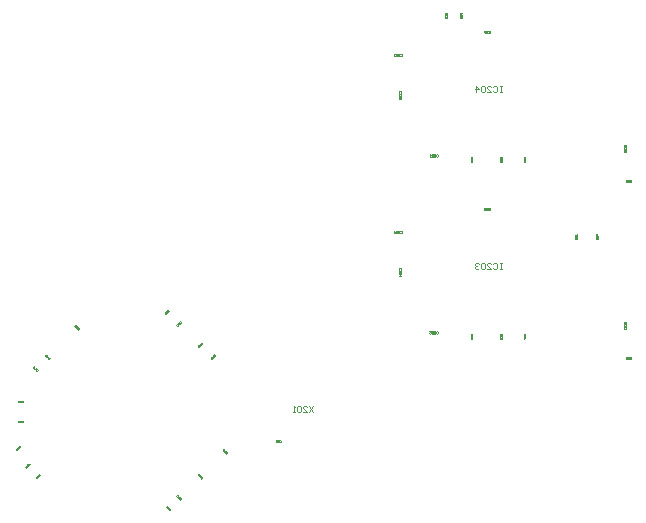
<source format=gbr>
%TF.GenerationSoftware,Altium Limited,Altium Designer,22.2.1 (43)*%
G04 Layer_Color=32896*
%FSLAX26Y26*%
%MOIN*%
%TF.SameCoordinates,92DA24ED-A250-4A13-B4DD-B7D196A9CFE6*%
%TF.FilePolarity,Positive*%
%TF.FileFunction,Other,Bottom_Value*%
%TF.Part,Single*%
G01*
G75*
%TA.AperFunction,NonConductor*%
%ADD98C,0.001000*%
D98*
X5216535Y2972434D02*
X5209976D01*
X5213256D01*
Y2952756D01*
X5216535D01*
X5209976D01*
X5187017Y2969155D02*
X5190297Y2972434D01*
X5196857D01*
X5200136Y2969155D01*
Y2956036D01*
X5196857Y2952756D01*
X5190297D01*
X5187017Y2956036D01*
X5167339Y2952756D02*
X5180458D01*
X5167339Y2965875D01*
Y2969155D01*
X5170619Y2972434D01*
X5177178D01*
X5180458Y2969155D01*
X5160779D02*
X5157499Y2972434D01*
X5150940D01*
X5147660Y2969155D01*
Y2956036D01*
X5150940Y2952756D01*
X5157499D01*
X5160779Y2956036D01*
Y2969155D01*
X5131261Y2952756D02*
Y2972434D01*
X5141101Y2962595D01*
X5127982D01*
X5078740Y3198819D02*
X5083739D01*
Y3201318D01*
X5082905Y3202151D01*
X5081239D01*
X5080406Y3201318D01*
Y3198819D01*
Y3200485D02*
X5078740Y3202151D01*
Y3207150D02*
Y3203817D01*
X5082073Y3207150D01*
X5082905D01*
X5083739Y3206316D01*
Y3204650D01*
X5082905Y3203817D01*
X5078740Y3208816D02*
Y3210482D01*
Y3209649D01*
X5083739D01*
X5082905Y3208816D01*
X5079573Y3212981D02*
X5078740Y3213814D01*
Y3215480D01*
X5079573Y3216313D01*
X5082905D01*
X5083739Y3215480D01*
Y3213814D01*
X5082905Y3212981D01*
X5082073D01*
X5081239Y3213814D01*
Y3216313D01*
X5624923Y2775590D02*
Y2772258D01*
Y2773924D01*
X5629921D01*
Y2770592D02*
X5624923D01*
Y2768093D01*
X5625756Y2767260D01*
X5627422D01*
X5628255Y2768093D01*
Y2770592D01*
Y2768926D02*
X5629921Y2767260D01*
Y2762261D02*
Y2765594D01*
X5626589Y2762261D01*
X5625756D01*
X5624923Y2763095D01*
Y2764761D01*
X5625756Y2765594D01*
Y2760595D02*
X5624923Y2759762D01*
Y2758096D01*
X5625756Y2757263D01*
X5629088D01*
X5629921Y2758096D01*
Y2759762D01*
X5629088Y2760595D01*
X5625756D01*
Y2755597D02*
X5624923Y2754764D01*
Y2753098D01*
X5625756Y2752265D01*
X5626589D01*
X5627422Y2753098D01*
Y2753931D01*
Y2753098D01*
X5628255Y2752265D01*
X5629088D01*
X5629921Y2753098D01*
Y2754764D01*
X5629088Y2755597D01*
X4998689Y2742780D02*
X5000001Y2744092D01*
X5002625D01*
X5003937Y2742780D01*
Y2737532D01*
X5002625Y2736220D01*
X5000001D01*
X4998689Y2737532D01*
X4990818Y2736220D02*
X4996065D01*
X4990818Y2741468D01*
Y2742780D01*
X4992130Y2744092D01*
X4994754D01*
X4996065Y2742780D01*
X4988194D02*
X4986882Y2744092D01*
X4984258D01*
X4982946Y2742780D01*
Y2741468D01*
X4984258Y2740156D01*
X4985570D01*
X4984258D01*
X4982946Y2738844D01*
Y2737532D01*
X4984258Y2736220D01*
X4986882D01*
X4988194Y2737532D01*
X4980323Y2736220D02*
X4977699D01*
X4979011D01*
Y2744092D01*
X4980323Y2742780D01*
X4586614Y1905505D02*
X4573495Y1885827D01*
Y1905505D02*
X4586614Y1885827D01*
X4553816D02*
X4566936D01*
X4553816Y1898946D01*
Y1902226D01*
X4557096Y1905505D01*
X4563656D01*
X4566936Y1902226D01*
X4547257D02*
X4543977Y1905505D01*
X4537418D01*
X4534138Y1902226D01*
Y1889107D01*
X4537418Y1885827D01*
X4543977D01*
X4547257Y1889107D01*
Y1902226D01*
X4527578Y1885827D02*
X4521019D01*
X4524299D01*
Y1905505D01*
X4527578Y1902226D01*
X3607043Y1770414D02*
Y1771592D01*
X3608221Y1772770D01*
X3609399D01*
X3611756Y1770414D01*
Y1769236D01*
X3610577Y1768058D01*
X3609399D01*
X3606454Y1763934D02*
X3608810Y1766291D01*
X3604098D01*
X3603509Y1766880D01*
Y1768058D01*
X3604687Y1769236D01*
X3605865D01*
X3602331Y1765701D02*
X3601152D01*
X3599974Y1764523D01*
Y1763345D01*
X3602330Y1760989D01*
X3603509D01*
X3604687Y1762167D01*
Y1763345D01*
X3602331Y1765701D01*
X3599974Y1757455D02*
X3596440Y1760989D01*
X3599974D01*
X3597618Y1758633D01*
X4135098Y1603106D02*
X4133920D01*
X4132742Y1604284D01*
Y1605462D01*
X4135098Y1607819D01*
X4136276D01*
X4137454Y1606640D01*
Y1605462D01*
X4141578Y1602517D02*
X4139221Y1604873D01*
Y1600161D01*
X4138632Y1599572D01*
X4137454D01*
X4136276Y1600750D01*
Y1601928D01*
X4139810Y1598393D02*
Y1597215D01*
X4140989Y1596037D01*
X4142167D01*
X4144523Y1598393D01*
Y1599572D01*
X4143345Y1600750D01*
X4142167D01*
X4139810Y1598393D01*
X4145112Y1591914D02*
X4142756Y1594270D01*
X4144523Y1596037D01*
X4145112Y1594270D01*
X4145701Y1593681D01*
X4146879D01*
X4148057Y1594859D01*
Y1596037D01*
X4146879Y1597215D01*
X4145701D01*
X4288641Y1756649D02*
X4287463D01*
X4286285Y1757827D01*
Y1759006D01*
X4288641Y1761362D01*
X4289819D01*
X4290997Y1760184D01*
Y1759005D01*
X4295121Y1756060D02*
X4292765Y1758417D01*
Y1753704D01*
X4292176Y1753115D01*
X4290997D01*
X4289819Y1754293D01*
Y1755471D01*
X4293354Y1751937D02*
Y1750759D01*
X4294532Y1749581D01*
X4295710D01*
X4298066Y1751937D01*
Y1753115D01*
X4296888Y1754293D01*
X4295710D01*
X4293354Y1751937D01*
X4298655Y1745457D02*
X4298066Y1747224D01*
Y1749581D01*
X4299244Y1750759D01*
X4300422D01*
X4301601Y1749581D01*
Y1748402D01*
X4301012Y1747813D01*
X4299833D01*
X4298066Y1749581D01*
X4251225Y2064232D02*
Y2063054D01*
X4250047Y2061876D01*
X4248868D01*
X4246512Y2064232D01*
Y2065410D01*
X4247690Y2066588D01*
X4248868D01*
X4251814Y2070711D02*
X4249458Y2068355D01*
X4254170D01*
X4254759Y2067766D01*
Y2066588D01*
X4253581Y2065410D01*
X4252403D01*
X4255937Y2068944D02*
X4257115D01*
X4258293Y2070122D01*
Y2071301D01*
X4255937Y2073657D01*
X4254759D01*
X4253581Y2072479D01*
Y2071300D01*
X4255937Y2068944D01*
X4259472Y2072479D02*
X4260650D01*
X4261828Y2073657D01*
Y2074835D01*
X4261239Y2075424D01*
X4260061D01*
Y2076602D01*
X4259472Y2077191D01*
X4258293D01*
X4257115Y2076013D01*
Y2074835D01*
X4257704Y2074246D01*
X4258883D01*
Y2073068D01*
X4259472Y2072479D01*
X4258883Y2074246D02*
X4260061Y2075424D01*
X4207918Y2103602D02*
Y2102424D01*
X4206739Y2101245D01*
X4205561D01*
X4203205Y2103602D01*
Y2104780D01*
X4204383Y2105958D01*
X4205561D01*
X4208507Y2110081D02*
X4206150Y2107725D01*
X4210863D01*
X4211452Y2107136D01*
Y2105958D01*
X4210274Y2104780D01*
X4209096D01*
X4212630Y2108314D02*
X4213808D01*
X4214986Y2109492D01*
Y2110671D01*
X4212630Y2113027D01*
X4211452D01*
X4210274Y2111849D01*
Y2110671D01*
X4212630Y2108314D01*
X4213808Y2114205D02*
Y2115383D01*
X4214986Y2116561D01*
X4216165D01*
X4218521Y2114205D01*
Y2113027D01*
X4217343Y2111849D01*
X4216164D01*
X4215575Y2112438D01*
Y2113616D01*
X4217343Y2115383D01*
X4137051Y2174468D02*
Y2173290D01*
X4135873Y2172112D01*
X4134695D01*
X4132339Y2174468D01*
Y2175646D01*
X4133517Y2176824D01*
X4134695D01*
X4137641Y2180948D02*
X4135284Y2178591D01*
X4139997D01*
X4140586Y2178002D01*
Y2176824D01*
X4139408Y2175646D01*
X4138230D01*
X4138819Y2182126D02*
X4139997Y2183304D01*
X4139408Y2182715D01*
X4142942Y2179180D01*
X4141764D01*
X4144709Y2182126D02*
X4145887D01*
X4147066Y2183304D01*
Y2184482D01*
X4144709Y2186838D01*
X4143531D01*
X4142353Y2185660D01*
Y2184482D01*
X4144709Y2182126D01*
X4097681Y2213838D02*
Y2212660D01*
X4096503Y2211482D01*
X4095325D01*
X4092969Y2213838D01*
Y2215016D01*
X4094147Y2216194D01*
X4095325D01*
X4098270Y2220318D02*
X4095914Y2217961D01*
X4100627D01*
X4101216Y2217372D01*
Y2216194D01*
X4100038Y2215016D01*
X4098859D01*
X4099449Y2221496D02*
X4100627Y2222674D01*
X4100038Y2222085D01*
X4103572Y2218551D01*
X4102394D01*
Y2224441D02*
X4103572Y2225619D01*
X4102983Y2225030D01*
X4106517Y2221496D01*
X4105339D01*
X3805847Y2164610D02*
X3807025D01*
X3808203Y2163432D01*
Y2162254D01*
X3805847Y2159898D01*
X3804669D01*
X3803491Y2161076D01*
Y2162254D01*
X3799367Y2165200D02*
X3801724Y2162843D01*
Y2167556D01*
X3802313Y2168145D01*
X3803491D01*
X3804669Y2166967D01*
Y2165789D01*
X3798189Y2166378D02*
X3797011Y2167556D01*
X3797600Y2166967D01*
X3801135Y2170501D01*
Y2169323D01*
X3792888Y2171679D02*
X3795244Y2169323D01*
Y2174036D01*
X3795833Y2174625D01*
X3797011D01*
X3798189Y2173447D01*
Y2172268D01*
X3707422Y2066185D02*
X3708600D01*
X3709778Y2065007D01*
Y2063829D01*
X3707422Y2061473D01*
X3706244D01*
X3705066Y2062651D01*
Y2063829D01*
X3700942Y2066774D02*
X3703298Y2064418D01*
Y2069131D01*
X3703887Y2069720D01*
X3705066D01*
X3706244Y2068542D01*
Y2067363D01*
X3699764Y2067952D02*
X3698586Y2069131D01*
X3699175Y2068542D01*
X3702709Y2072076D01*
Y2070898D01*
X3699764Y2073843D02*
Y2075021D01*
X3698586Y2076199D01*
X3697408D01*
X3696819Y2075610D01*
Y2074432D01*
X3697408Y2073843D01*
X3696819Y2074432D01*
X3695640D01*
X3695052Y2073843D01*
Y2072665D01*
X3696230Y2071487D01*
X3697408D01*
X3668052Y2026815D02*
X3669230D01*
X3670408Y2025637D01*
Y2024459D01*
X3668052Y2022103D01*
X3666874D01*
X3665695Y2023281D01*
Y2024459D01*
X3661572Y2027404D02*
X3663928Y2025048D01*
Y2029761D01*
X3664517Y2030350D01*
X3665695D01*
X3666874Y2029172D01*
Y2027993D01*
X3660394Y2028582D02*
X3659216Y2029761D01*
X3659805Y2029172D01*
X3663339Y2032706D01*
Y2031528D01*
X3655681Y2033295D02*
X3659216Y2036829D01*
Y2033295D01*
X3656860Y2035651D01*
X4205964Y1673972D02*
X4204786D01*
X4203608Y1675150D01*
Y1676328D01*
X4205964Y1678685D01*
X4207142D01*
X4208320Y1677506D01*
Y1676328D01*
X4212444Y1673383D02*
X4210087Y1675739D01*
Y1671027D01*
X4209498Y1670438D01*
X4208320D01*
X4207142Y1671616D01*
Y1672794D01*
X4213622Y1672205D02*
X4214800Y1671027D01*
X4214211Y1671616D01*
X4210676Y1668081D01*
Y1669260D01*
X4215389Y1663369D02*
X4213033Y1665725D01*
X4214800Y1667492D01*
X4215389Y1665725D01*
X4215978Y1665136D01*
X4217156D01*
X4218334Y1666314D01*
Y1667492D01*
X4217156Y1668670D01*
X4215978D01*
X4099665Y1567673D02*
X4098487D01*
X4097309Y1568851D01*
Y1570029D01*
X4099665Y1572385D01*
X4100843D01*
X4102021Y1571207D01*
Y1570029D01*
X4106145Y1567084D02*
X4103788Y1569440D01*
Y1564727D01*
X4103199Y1564139D01*
X4102021D01*
X4100843Y1565317D01*
Y1566495D01*
X4107323Y1565906D02*
X4108501Y1564728D01*
X4107912Y1565317D01*
X4104377Y1561782D01*
Y1562960D01*
X4109090Y1557070D02*
X4108501Y1558837D01*
Y1561193D01*
X4109679Y1562371D01*
X4110857D01*
X4112035Y1561193D01*
Y1560015D01*
X4111446Y1559426D01*
X4110268D01*
X4108501Y1561193D01*
X4467899Y1787173D02*
X4467066Y1786340D01*
X4465400D01*
X4464567Y1787173D01*
Y1790505D01*
X4465400Y1791339D01*
X4467066D01*
X4467899Y1790505D01*
X4472898Y1791339D02*
X4469565D01*
X4472898Y1788006D01*
Y1787173D01*
X4472065Y1786340D01*
X4470399D01*
X4469565Y1787173D01*
X4474564Y1791339D02*
X4476230D01*
X4475397D01*
Y1786340D01*
X4474564Y1787173D01*
X4478729Y1786340D02*
X4482061D01*
Y1787173D01*
X4478729Y1790505D01*
Y1791339D01*
X4875330Y2360894D02*
X4874018Y2362206D01*
Y2364830D01*
X4875330Y2366142D01*
X4880578D01*
X4881890Y2364830D01*
Y2362206D01*
X4880578Y2360894D01*
X4881890Y2353023D02*
Y2358270D01*
X4876642Y2353023D01*
X4875330D01*
X4874018Y2354334D01*
Y2356958D01*
X4875330Y2358270D01*
X4881890Y2345151D02*
Y2350399D01*
X4876642Y2345151D01*
X4875330D01*
X4874018Y2346463D01*
Y2349087D01*
X4875330Y2350399D01*
X4881890Y2338591D02*
X4874018D01*
X4877954Y2342527D01*
Y2337280D01*
X4998689Y2152229D02*
X5000001Y2153541D01*
X5002625D01*
X5003937Y2152229D01*
Y2146981D01*
X5002625Y2145669D01*
X5000001D01*
X4998689Y2146981D01*
X4990818Y2145669D02*
X4996065D01*
X4990818Y2150917D01*
Y2152229D01*
X4992130Y2153541D01*
X4994754D01*
X4996065Y2152229D01*
X4982946Y2145669D02*
X4988194D01*
X4982946Y2150917D01*
Y2152229D01*
X4984258Y2153541D01*
X4986882D01*
X4988194Y2152229D01*
X4975075Y2153541D02*
X4980323D01*
Y2149605D01*
X4977699Y2150917D01*
X4976387D01*
X4975075Y2149605D01*
Y2146981D01*
X4976387Y2145669D01*
X4979011D01*
X4980323Y2146981D01*
X4880579Y2486874D02*
X4881891Y2488186D01*
X4884515D01*
X4885827Y2486874D01*
Y2481627D01*
X4884515Y2480315D01*
X4881891D01*
X4880579Y2481627D01*
X4872708Y2480315D02*
X4877955D01*
X4872708Y2485562D01*
Y2486874D01*
X4874020Y2488186D01*
X4876643D01*
X4877955Y2486874D01*
X4864836Y2480315D02*
X4870084D01*
X4864836Y2485562D01*
Y2486874D01*
X4866148Y2488186D01*
X4868772D01*
X4870084Y2486874D01*
X4856965Y2488186D02*
X4859588Y2486874D01*
X4862212Y2484251D01*
Y2481627D01*
X4860900Y2480315D01*
X4858277D01*
X4856965Y2481627D01*
Y2482939D01*
X4858277Y2484251D01*
X4862212D01*
X5291110Y2142337D02*
X5290277Y2143170D01*
Y2144836D01*
X5291110Y2145669D01*
X5294443D01*
X5295276Y2144836D01*
Y2143170D01*
X5294443Y2142337D01*
X5295276Y2137338D02*
Y2140671D01*
X5291943Y2137338D01*
X5291110D01*
X5290277Y2138172D01*
Y2139838D01*
X5291110Y2140671D01*
X5295276Y2132340D02*
Y2135672D01*
X5291943Y2132340D01*
X5291110D01*
X5290277Y2133173D01*
Y2134839D01*
X5291110Y2135672D01*
X5290277Y2130674D02*
Y2127342D01*
X5291110D01*
X5294443Y2130674D01*
X5295276D01*
X5113945Y2142337D02*
X5113112Y2143170D01*
Y2144836D01*
X5113945Y2145669D01*
X5117277D01*
X5118110Y2144836D01*
Y2143170D01*
X5117277Y2142337D01*
X5118110Y2137338D02*
Y2140671D01*
X5114778Y2137338D01*
X5113945D01*
X5113112Y2138172D01*
Y2139838D01*
X5113945Y2140671D01*
X5118110Y2132340D02*
Y2135672D01*
X5114778Y2132340D01*
X5113945D01*
X5113112Y2133173D01*
Y2134839D01*
X5113945Y2135672D01*
Y2130674D02*
X5113112Y2129841D01*
Y2128175D01*
X5113945Y2127342D01*
X5114778D01*
X5115611Y2128175D01*
X5116444Y2127342D01*
X5117277D01*
X5118110Y2128175D01*
Y2129841D01*
X5117277Y2130674D01*
X5116444D01*
X5115611Y2129841D01*
X5114778Y2130674D01*
X5113945D01*
X5115611Y2129841D02*
Y2128175D01*
X5212370Y2142337D02*
X5211537Y2143170D01*
Y2144836D01*
X5212370Y2145669D01*
X5215702D01*
X5216535Y2144836D01*
Y2143170D01*
X5215702Y2142337D01*
X5216535Y2137338D02*
Y2140671D01*
X5213203Y2137338D01*
X5212370D01*
X5211537Y2138172D01*
Y2139838D01*
X5212370Y2140671D01*
X5216535Y2132340D02*
Y2135672D01*
X5213203Y2132340D01*
X5212370D01*
X5211537Y2133173D01*
Y2134839D01*
X5212370Y2135672D01*
X5215702Y2130674D02*
X5216535Y2129841D01*
Y2128175D01*
X5215702Y2127342D01*
X5212370D01*
X5211537Y2128175D01*
Y2129841D01*
X5212370Y2130674D01*
X5213203D01*
X5214036Y2129841D01*
Y2127342D01*
X4875330Y2951445D02*
X4874018Y2952757D01*
Y2955381D01*
X4875330Y2956693D01*
X4880578D01*
X4881890Y2955381D01*
Y2952757D01*
X4880578Y2951445D01*
X4881890Y2943574D02*
Y2948821D01*
X4876642Y2943574D01*
X4875330D01*
X4874018Y2944886D01*
Y2947510D01*
X4875330Y2948821D01*
Y2940950D02*
X4874018Y2939638D01*
Y2937014D01*
X4875330Y2935702D01*
X4876642D01*
X4877954Y2937014D01*
Y2938326D01*
Y2937014D01*
X4879266Y2935702D01*
X4880578D01*
X4881890Y2937014D01*
Y2939638D01*
X4880578Y2940950D01*
X4875330Y2933078D02*
X4874018Y2931767D01*
Y2929143D01*
X4875330Y2927831D01*
X4880578D01*
X4881890Y2929143D01*
Y2931767D01*
X4880578Y2933078D01*
X4875330D01*
X4880579Y3077426D02*
X4881891Y3078738D01*
X4884515D01*
X4885827Y3077426D01*
Y3072178D01*
X4884515Y3070866D01*
X4881891D01*
X4880579Y3072178D01*
X4872708Y3070866D02*
X4877955D01*
X4872708Y3076114D01*
Y3077426D01*
X4874020Y3078738D01*
X4876643D01*
X4877955Y3077426D01*
X4870084D02*
X4868772Y3078738D01*
X4866148D01*
X4864836Y3077426D01*
Y3076114D01*
X4866148Y3074802D01*
X4867460D01*
X4866148D01*
X4864836Y3073490D01*
Y3072178D01*
X4866148Y3070866D01*
X4868772D01*
X4870084Y3072178D01*
X4856965Y3070866D02*
X4862212D01*
X4856965Y3076114D01*
Y3077426D01*
X4858277Y3078738D01*
X4860900D01*
X4862212Y3077426D01*
X5291110Y2732888D02*
X5290277Y2733721D01*
Y2735387D01*
X5291110Y2736220D01*
X5294443D01*
X5295276Y2735387D01*
Y2733721D01*
X5294443Y2732888D01*
X5295276Y2727890D02*
Y2731222D01*
X5291943Y2727890D01*
X5291110D01*
X5290277Y2728723D01*
Y2730389D01*
X5291110Y2731222D01*
Y2726224D02*
X5290277Y2725391D01*
Y2723724D01*
X5291110Y2722891D01*
X5291943D01*
X5292776Y2723724D01*
Y2724558D01*
Y2723724D01*
X5293609Y2722891D01*
X5294443D01*
X5295276Y2723724D01*
Y2725391D01*
X5294443Y2726224D01*
X5291110Y2721225D02*
X5290277Y2720392D01*
Y2718726D01*
X5291110Y2717893D01*
X5291943D01*
X5292776Y2718726D01*
Y2719559D01*
Y2718726D01*
X5293609Y2717893D01*
X5294443D01*
X5295276Y2718726D01*
Y2720392D01*
X5294443Y2721225D01*
X5113945Y2732888D02*
X5113112Y2733721D01*
Y2735387D01*
X5113945Y2736220D01*
X5117277D01*
X5118110Y2735387D01*
Y2733721D01*
X5117277Y2732888D01*
X5118110Y2727890D02*
Y2731222D01*
X5114778Y2727890D01*
X5113945D01*
X5113112Y2728723D01*
Y2730389D01*
X5113945Y2731222D01*
Y2726224D02*
X5113112Y2725391D01*
Y2723724D01*
X5113945Y2722891D01*
X5114778D01*
X5115611Y2723724D01*
Y2724558D01*
Y2723724D01*
X5116444Y2722891D01*
X5117277D01*
X5118110Y2723724D01*
Y2725391D01*
X5117277Y2726224D01*
X5118110Y2718726D02*
X5113112D01*
X5115611Y2721225D01*
Y2717893D01*
X5212370Y2732888D02*
X5211537Y2733721D01*
Y2735387D01*
X5212370Y2736220D01*
X5215702D01*
X5216535Y2735387D01*
Y2733721D01*
X5215702Y2732888D01*
X5216535Y2727890D02*
Y2731222D01*
X5213203Y2727890D01*
X5212370D01*
X5211537Y2728723D01*
Y2730389D01*
X5212370Y2731222D01*
Y2726224D02*
X5211537Y2725391D01*
Y2723724D01*
X5212370Y2722891D01*
X5213203D01*
X5214036Y2723724D01*
Y2724558D01*
Y2723724D01*
X5214869Y2722891D01*
X5215702D01*
X5216535Y2723724D01*
Y2725391D01*
X5215702Y2726224D01*
X5211537Y2717893D02*
Y2721225D01*
X5214036D01*
X5213203Y2719559D01*
Y2718726D01*
X5214036Y2717893D01*
X5215702D01*
X5216535Y2718726D01*
Y2720392D01*
X5215702Y2721225D01*
X5216535Y2381883D02*
X5209976D01*
X5213256D01*
Y2362205D01*
X5216535D01*
X5209976D01*
X5187017Y2378604D02*
X5190297Y2381883D01*
X5196857D01*
X5200136Y2378604D01*
Y2365485D01*
X5196857Y2362205D01*
X5190297D01*
X5187017Y2365485D01*
X5167339Y2362205D02*
X5180458D01*
X5167339Y2375324D01*
Y2378604D01*
X5170619Y2381883D01*
X5177178D01*
X5180458Y2378604D01*
X5160779D02*
X5157499Y2381883D01*
X5150940D01*
X5147660Y2378604D01*
Y2365485D01*
X5150940Y2362205D01*
X5157499D01*
X5160779Y2365485D01*
Y2378604D01*
X5141101D02*
X5137821Y2381883D01*
X5131261D01*
X5127982Y2378604D01*
Y2375324D01*
X5131261Y2372044D01*
X5134541D01*
X5131261D01*
X5127982Y2368764D01*
Y2365485D01*
X5131261Y2362205D01*
X5137821D01*
X5141101Y2365485D01*
X5629921Y2066929D02*
Y2061931D01*
X5632421D01*
X5633254Y2062764D01*
Y2064430D01*
X5632421Y2065263D01*
X5629921D01*
X5631587D02*
X5633254Y2066929D01*
X5638252D02*
X5634920D01*
X5638252Y2063597D01*
Y2062764D01*
X5637419Y2061931D01*
X5635753D01*
X5634920Y2062764D01*
X5639918D02*
X5640751Y2061931D01*
X5642417D01*
X5643250Y2062764D01*
Y2066096D01*
X5642417Y2066929D01*
X5640751D01*
X5639918Y2066096D01*
Y2062764D01*
X5648249Y2066929D02*
X5644917D01*
X5648249Y2063597D01*
Y2062764D01*
X5647416Y2061931D01*
X5645750D01*
X5644917Y2062764D01*
X5629921Y2657480D02*
Y2652482D01*
X5632421D01*
X5633254Y2653315D01*
Y2654981D01*
X5632421Y2655814D01*
X5629921D01*
X5631587D02*
X5633254Y2657480D01*
X5638252D02*
X5634920D01*
X5638252Y2654148D01*
Y2653315D01*
X5637419Y2652482D01*
X5635753D01*
X5634920Y2653315D01*
X5639918D02*
X5640751Y2652482D01*
X5642417D01*
X5643250Y2653315D01*
Y2656647D01*
X5642417Y2657480D01*
X5640751D01*
X5639918Y2656647D01*
Y2653315D01*
X5644917D02*
X5645750Y2652482D01*
X5647416D01*
X5648249Y2653315D01*
Y2654148D01*
X5647416Y2654981D01*
X5646583D01*
X5647416D01*
X5648249Y2655814D01*
Y2656647D01*
X5647416Y2657480D01*
X5645750D01*
X5644917Y2656647D01*
X5624923Y2185039D02*
Y2181707D01*
Y2183373D01*
X5629921D01*
Y2180041D02*
X5624923D01*
Y2177542D01*
X5625756Y2176709D01*
X5627422D01*
X5628255Y2177542D01*
Y2180041D01*
Y2178375D02*
X5629921Y2176709D01*
Y2171710D02*
Y2175043D01*
X5626589Y2171710D01*
X5625756D01*
X5624923Y2172543D01*
Y2174209D01*
X5625756Y2175043D01*
Y2170044D02*
X5624923Y2169211D01*
Y2167545D01*
X5625756Y2166712D01*
X5629088D01*
X5629921Y2167545D01*
Y2169211D01*
X5629088Y2170044D01*
X5625756D01*
X5629921Y2161713D02*
Y2165046D01*
X5626589Y2161713D01*
X5625756D01*
X5624923Y2162546D01*
Y2164213D01*
X5625756Y2165046D01*
X5177165Y2559055D02*
Y2564053D01*
X5174666D01*
X5173833Y2563220D01*
Y2561554D01*
X5174666Y2560721D01*
X5177165D01*
X5175499D02*
X5173833Y2559055D01*
X5168835D02*
X5172167D01*
X5168835Y2562387D01*
Y2563220D01*
X5169668Y2564053D01*
X5171334D01*
X5172167Y2563220D01*
X5167168D02*
X5166335Y2564053D01*
X5164669D01*
X5163836Y2563220D01*
Y2559888D01*
X5164669Y2559055D01*
X5166335D01*
X5167168Y2559888D01*
Y2563220D01*
X5158838Y2564053D02*
X5162170D01*
Y2561554D01*
X5160504Y2562387D01*
X5159671D01*
X5158838Y2561554D01*
Y2559888D01*
X5159671Y2559055D01*
X5161337D01*
X5162170Y2559888D01*
X5177165Y3149606D02*
Y3154605D01*
X5174666D01*
X5173833Y3153772D01*
Y3152106D01*
X5174666Y3151272D01*
X5177165D01*
X5175499D02*
X5173833Y3149606D01*
X5168835D02*
X5172167D01*
X5168835Y3152939D01*
Y3153772D01*
X5169668Y3154605D01*
X5171334D01*
X5172167Y3153772D01*
X5167168D02*
X5166335Y3154605D01*
X5164669D01*
X5163836Y3153772D01*
Y3150439D01*
X5164669Y3149606D01*
X5166335D01*
X5167168Y3150439D01*
Y3153772D01*
X5158838Y3154605D02*
X5160504Y3153772D01*
X5162170Y3152106D01*
Y3150439D01*
X5161337Y3149606D01*
X5159671D01*
X5158838Y3150439D01*
Y3151272D01*
X5159671Y3152106D01*
X5162170D01*
X3622047Y1917323D02*
Y1922321D01*
X3619548D01*
X3618715Y1921488D01*
Y1919822D01*
X3619548Y1918989D01*
X3622047D01*
X3620381D02*
X3618715Y1917323D01*
X3613716D02*
X3617049D01*
X3613716Y1920655D01*
Y1921488D01*
X3614550Y1922321D01*
X3616216D01*
X3617049Y1921488D01*
X3612050D02*
X3611217Y1922321D01*
X3609551D01*
X3608718Y1921488D01*
Y1918156D01*
X3609551Y1917323D01*
X3611217D01*
X3612050Y1918156D01*
Y1921488D01*
X3607052D02*
X3606219Y1922321D01*
X3604553D01*
X3603720Y1921488D01*
Y1920655D01*
X3604553Y1919822D01*
X3603720Y1918989D01*
Y1918156D01*
X3604553Y1917323D01*
X3606219D01*
X3607052Y1918156D01*
Y1918989D01*
X3606219Y1919822D01*
X3607052Y1920655D01*
Y1921488D01*
X3606219Y1919822D02*
X3604553D01*
X3627813Y1702616D02*
X3631347Y1699082D01*
X3633115Y1700849D01*
Y1702027D01*
X3631936Y1703205D01*
X3630758D01*
X3628991Y1701438D01*
X3630169Y1702616D02*
X3630169Y1704972D01*
X3633704Y1708507D02*
X3631347Y1706150D01*
X3636060D01*
X3636649Y1705561D01*
Y1704383D01*
X3635471Y1703205D01*
X3634293D01*
X3637827Y1706739D02*
X3639005D01*
X3640183Y1707918D01*
Y1709096D01*
X3637827Y1711452D01*
X3636649D01*
X3635471Y1710274D01*
Y1709096D01*
X3637827Y1706739D01*
X3641950Y1709685D02*
X3644307Y1712041D01*
X3643718Y1712630D01*
X3639005Y1712630D01*
X3638416Y1713219D01*
X3663246Y1667183D02*
X3666780Y1663649D01*
X3668548Y1665416D01*
Y1666594D01*
X3667369Y1667772D01*
X3666191D01*
X3664424Y1666005D01*
X3665602Y1667183D02*
X3665602Y1669539D01*
X3669137Y1673074D02*
X3666780Y1670717D01*
X3671493D01*
X3672082Y1670128D01*
Y1668950D01*
X3670904Y1667772D01*
X3669726D01*
X3673260Y1671306D02*
X3674438D01*
X3675616Y1672485D01*
Y1673663D01*
X3673260Y1676019D01*
X3672082D01*
X3670904Y1674841D01*
Y1673663D01*
X3673260Y1671306D01*
X3673849Y1677786D02*
X3675027Y1678964D01*
X3674438Y1678375D01*
X3677973Y1674841D01*
X3676794D01*
X3622047Y1850394D02*
Y1855392D01*
X3619548D01*
X3618715Y1854559D01*
Y1852893D01*
X3619548Y1852060D01*
X3622047D01*
X3620381D02*
X3618715Y1850394D01*
X3613716D02*
X3617049D01*
X3613716Y1853726D01*
Y1854559D01*
X3614550Y1855392D01*
X3616216D01*
X3617049Y1854559D01*
X3612050D02*
X3611217Y1855392D01*
X3609551D01*
X3608718Y1854559D01*
Y1851227D01*
X3609551Y1850394D01*
X3611217D01*
X3612050Y1851227D01*
Y1854559D01*
X3604553Y1850394D02*
Y1855392D01*
X3607052Y1852893D01*
X3603720D01*
X5531496Y2460630D02*
X5536494D01*
Y2463129D01*
X5535661Y2463962D01*
X5533995D01*
X5533162Y2463129D01*
Y2460630D01*
Y2462296D02*
X5531496Y2463962D01*
Y2468961D02*
Y2465628D01*
X5534828Y2468961D01*
X5535661D01*
X5536494Y2468128D01*
Y2466461D01*
X5535661Y2465628D01*
X5531496Y2470627D02*
Y2472293D01*
Y2471460D01*
X5536494D01*
X5535661Y2470627D01*
X5536494Y2478124D02*
X5535661Y2476458D01*
X5533995Y2474792D01*
X5532329D01*
X5531496Y2475625D01*
Y2477291D01*
X5532329Y2478124D01*
X5533162D01*
X5533995Y2477291D01*
Y2474792D01*
X5462598Y2460630D02*
X5467597D01*
Y2463129D01*
X5466764Y2463962D01*
X5465098D01*
X5464265Y2463129D01*
Y2460630D01*
Y2462296D02*
X5462598Y2463962D01*
Y2468961D02*
Y2465628D01*
X5465931Y2468961D01*
X5466764D01*
X5467597Y2468128D01*
Y2466461D01*
X5466764Y2465628D01*
X5462598Y2470627D02*
Y2472293D01*
Y2471460D01*
X5467597D01*
X5466764Y2470627D01*
X5467597Y2474792D02*
Y2478124D01*
X5466764D01*
X5463431Y2474792D01*
X5462598D01*
X5029528Y3198819D02*
X5034526D01*
Y3201318D01*
X5033693Y3202151D01*
X5032027D01*
X5031194Y3201318D01*
Y3198819D01*
Y3200485D02*
X5029528Y3202151D01*
Y3207150D02*
Y3203817D01*
X5032860Y3207150D01*
X5033693D01*
X5034526Y3206316D01*
Y3204650D01*
X5033693Y3203817D01*
X5029528Y3208816D02*
Y3210482D01*
Y3209649D01*
X5034526D01*
X5033693Y3208816D01*
Y3212981D02*
X5034526Y3213814D01*
Y3215480D01*
X5033693Y3216313D01*
X5032860D01*
X5032027Y3215480D01*
X5031194Y3216313D01*
X5030361D01*
X5029528Y3215480D01*
Y3213814D01*
X5030361Y3212981D01*
X5031194D01*
X5032027Y3213814D01*
X5032860Y3212981D01*
X5033693D01*
X5032027Y3213814D02*
Y3215480D01*
%TF.MD5,98da4e9d91425717e3b9723f0039e216*%
M02*

</source>
